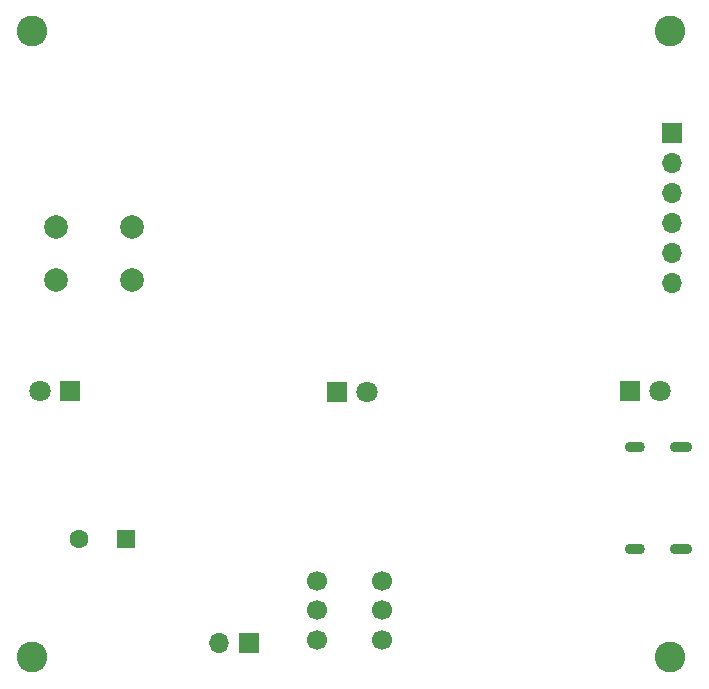
<source format=gbs>
%TF.GenerationSoftware,KiCad,Pcbnew,7.0.7*%
%TF.CreationDate,2023-11-27T18:29:32+03:00*%
%TF.ProjectId,Bagryanets,42616772-7961-46e6-9574-732e6b696361,rev?*%
%TF.SameCoordinates,PX68e7780PY7bfa480*%
%TF.FileFunction,Soldermask,Bot*%
%TF.FilePolarity,Negative*%
%FSLAX46Y46*%
G04 Gerber Fmt 4.6, Leading zero omitted, Abs format (unit mm)*
G04 Created by KiCad (PCBNEW 7.0.7) date 2023-11-27 18:29:32*
%MOMM*%
%LPD*%
G01*
G04 APERTURE LIST*
%ADD10C,2.600000*%
%ADD11R,1.600000X1.600000*%
%ADD12C,1.600000*%
%ADD13C,2.000000*%
%ADD14C,1.700000*%
%ADD15O,1.900000X0.900000*%
%ADD16O,1.700000X0.900000*%
%ADD17R,1.800000X1.800000*%
%ADD18C,1.800000*%
%ADD19R,1.700000X1.700000*%
%ADD20O,1.700000X1.700000*%
G04 APERTURE END LIST*
D10*
%TO.C,H3*%
X1000000Y3000000D03*
%TD*%
D11*
%TO.C,HA1*%
X8945000Y13035000D03*
D12*
X4945000Y13035000D03*
%TD*%
D10*
%TO.C,H2*%
X55000000Y56000000D03*
%TD*%
D13*
%TO.C,SB2*%
X9475000Y34925000D03*
X2975000Y34925000D03*
X9475000Y39425000D03*
X2975000Y39425000D03*
%TD*%
D14*
%TO.C,SB1*%
X30620000Y9460000D03*
X30620000Y6960000D03*
X30620000Y4460000D03*
X25120000Y9460000D03*
X25120000Y6960000D03*
X25120000Y4460000D03*
%TD*%
D15*
%TO.C,XS1*%
X55965000Y12125000D03*
D16*
X52025000Y12125000D03*
X52025000Y20775000D03*
D15*
X55965000Y20775000D03*
%TD*%
D17*
%TO.C,VD5*%
X4225000Y25525000D03*
D18*
X1685000Y25525000D03*
%TD*%
D10*
%TO.C,H1*%
X1000000Y56000000D03*
%TD*%
%TO.C,H4*%
X55000000Y3000000D03*
%TD*%
D17*
%TO.C,VD6*%
X26775000Y25475000D03*
D18*
X29315000Y25475000D03*
%TD*%
D17*
%TO.C,VD4*%
X51625000Y25525000D03*
D18*
X54165000Y25525000D03*
%TD*%
D19*
%TO.C,XP2*%
X19345000Y4185000D03*
D20*
X16805000Y4185000D03*
%TD*%
D19*
%TO.C,XP1*%
X55151000Y47345000D03*
D20*
X55151000Y44805000D03*
X55151000Y42265000D03*
X55151000Y39725000D03*
X55151000Y37185000D03*
X55151000Y34645000D03*
%TD*%
M02*

</source>
